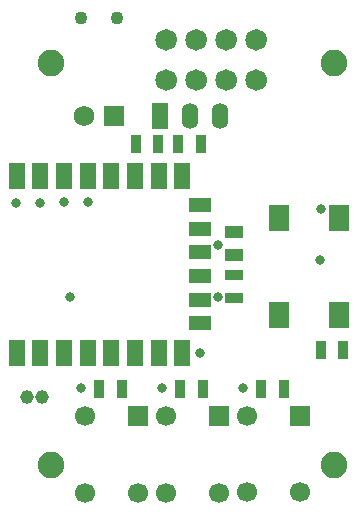
<source format=gts>
G04*
G04 #@! TF.GenerationSoftware,Altium Limited,Altium Designer,19.0.15 (446)*
G04*
G04 Layer_Color=8388736*
%FSLAX44Y44*%
%MOMM*%
G71*
G01*
G75*
%ADD20C,0.0000*%
%ADD21R,1.7000X2.2000*%
%ADD22R,1.5000X1.1000*%
%ADD23R,0.9000X1.5000*%
%ADD24R,1.5000X0.9000*%
%ADD25R,1.9000X1.3000*%
%ADD26R,1.4000X2.2000*%
%ADD27C,1.1000*%
%ADD28R,1.7300X1.7300*%
%ADD29C,1.7300*%
%ADD30C,1.1500*%
%ADD31C,2.2500*%
%ADD32O,1.4000X2.2000*%
%ADD33R,1.6980X1.6980*%
%ADD34C,1.6980*%
%ADD35C,1.8200*%
%ADD36C,0.8000*%
D20*
X557976Y540766D02*
G03*
X557976Y540766I-8611J0D01*
G01*
X532575D02*
G03*
X532575Y540766I-8611J0D01*
G01*
X507175D02*
G03*
X507175Y540766I-8611J0D01*
G01*
X481776D02*
G03*
X481776Y540766I-8611J0D01*
G01*
X558013Y506476D02*
G03*
X558013Y506476I-8611J0D01*
G01*
X532613D02*
G03*
X532613Y506476I-8611J0D01*
G01*
X507213D02*
G03*
X507213Y506476I-8611J0D01*
G01*
X481813D02*
G03*
X481813Y506476I-8611J0D01*
G01*
D21*
X568198Y307996D02*
D03*
Y389996D02*
D03*
X619506Y307488D02*
D03*
Y389488D02*
D03*
D22*
X530098Y358546D02*
D03*
Y377546D02*
D03*
D23*
X504038Y245364D02*
D03*
X485038D02*
D03*
X572618D02*
D03*
X553618D02*
D03*
X435458D02*
D03*
X416458D02*
D03*
X622910Y278130D02*
D03*
X603910D02*
D03*
X447294Y452120D02*
D03*
X466294D02*
D03*
X502158D02*
D03*
X483158D02*
D03*
D24*
X530098Y341224D02*
D03*
Y322224D02*
D03*
D25*
X501560Y400793D02*
D03*
Y380793D02*
D03*
Y360793D02*
D03*
Y340793D02*
D03*
Y320793D02*
D03*
Y300793D02*
D03*
D26*
X346560Y425793D02*
D03*
X366560D02*
D03*
X386560D02*
D03*
X406560D02*
D03*
X426560D02*
D03*
X446560D02*
D03*
X466560D02*
D03*
X486560D02*
D03*
Y275793D02*
D03*
X466560D02*
D03*
X446560D02*
D03*
X426560D02*
D03*
X406560D02*
D03*
X386560D02*
D03*
X366560D02*
D03*
X346560D02*
D03*
X467868Y476504D02*
D03*
D27*
X401306Y558800D02*
D03*
X431306D02*
D03*
D28*
X429006Y476504D02*
D03*
D29*
X403606D02*
D03*
D30*
X355346Y237998D02*
D03*
X368046D02*
D03*
D31*
X375263Y520793D02*
D03*
X615263D02*
D03*
Y180793D02*
D03*
X375263D02*
D03*
D32*
X518668Y476504D02*
D03*
X493268D02*
D03*
D33*
X517800Y222238D02*
D03*
X586380Y222492D02*
D03*
X449220Y222238D02*
D03*
D34*
X472800D02*
D03*
Y157238D02*
D03*
X517800D02*
D03*
X541380Y222492D02*
D03*
Y157492D02*
D03*
X586380D02*
D03*
X404220Y222238D02*
D03*
Y157238D02*
D03*
X449220D02*
D03*
D35*
X549365Y540766D02*
D03*
X523965D02*
D03*
X498565D02*
D03*
X473165D02*
D03*
X549402Y506476D02*
D03*
X524002D02*
D03*
X498602D02*
D03*
X473202D02*
D03*
D36*
X391414Y322580D02*
D03*
X516636Y366776D02*
D03*
X604012Y397764D02*
D03*
X517144Y322580D02*
D03*
X501952Y275539D02*
D03*
X538226Y245618D02*
D03*
X469646D02*
D03*
X401066D02*
D03*
X406560Y403136D02*
D03*
X386560D02*
D03*
X366268Y402844D02*
D03*
X346202Y402590D02*
D03*
X603250Y354330D02*
D03*
M02*

</source>
